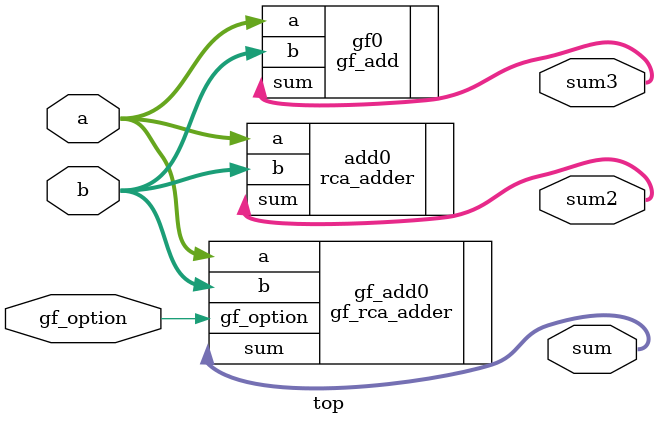
<source format=v>
module top (
    input gf_option,
    input [31:0] a,
    input [31:0] b,
    output [31:0] sum,
    output [31:0] sum2,
    output [31:0] sum3
);

    gf_rca_adder gf_add0(
        .gf_option(gf_option),
        .a(a),
        .b(b),
        .sum(sum)
    );

    rca_adder add0 (
        .a(a),
        .b(b),
        .sum(sum2)
    );

    gf_add gf0 (
        .a(a),
        .b(b),
        .sum(sum3)
    );


endmodule
</source>
